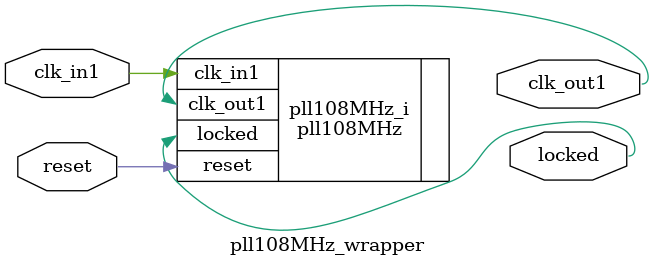
<source format=v>
`timescale 1 ps / 1 ps

module pll108MHz_wrapper
   (clk_in1,
    clk_out1,
    locked,
    reset);
  input clk_in1;
  output clk_out1;
  output locked;
  input reset;

  wire clk_in1;
  wire clk_out1;
  wire locked;
  wire reset;

  pll108MHz pll108MHz_i
       (.clk_in1(clk_in1),
        .clk_out1(clk_out1),
        .locked(locked),
        .reset(reset));
endmodule

</source>
